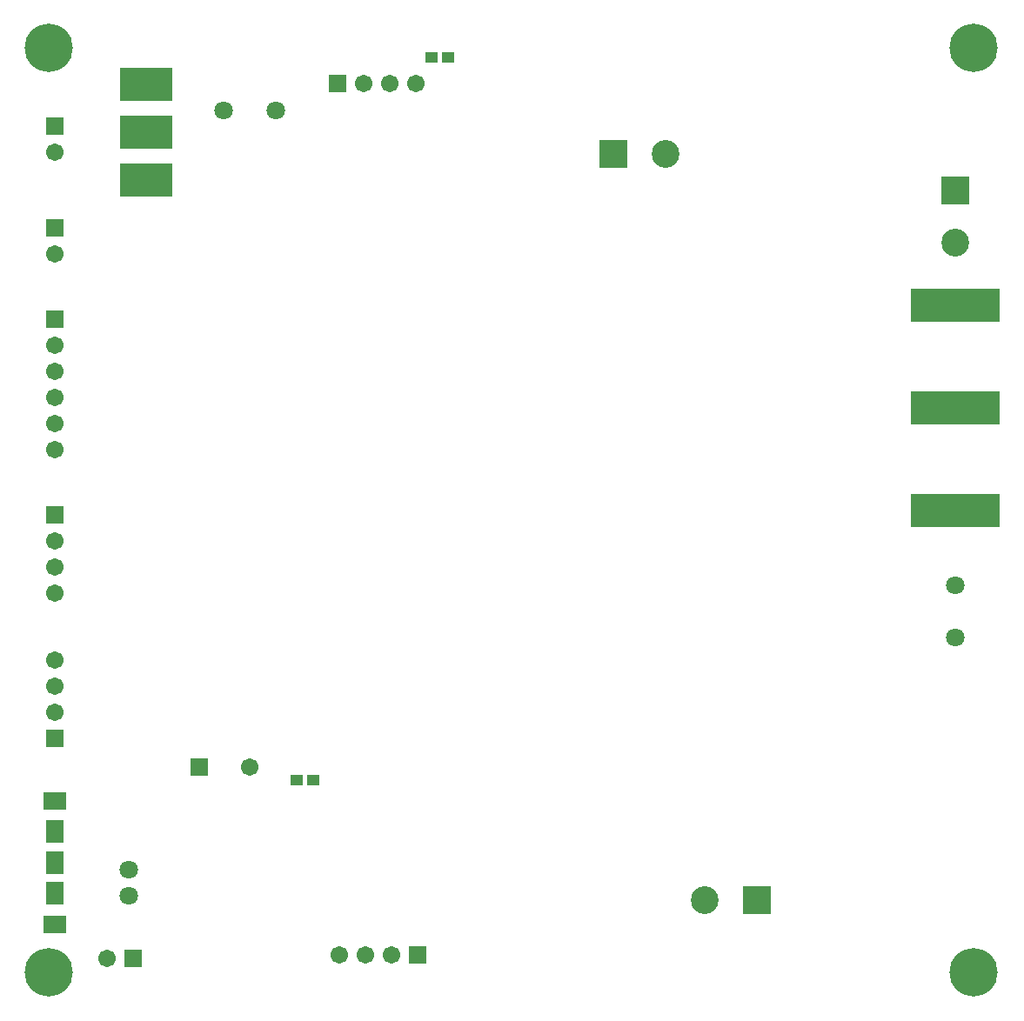
<source format=gbs>
G04*
G04 #@! TF.GenerationSoftware,Altium Limited,Altium Designer,18.1.9 (240)*
G04*
G04 Layer_Color=16711935*
%FSLAX25Y25*%
%MOIN*%
G70*
G01*
G75*
%ADD35R,0.04500X0.04000*%
%ADD49R,0.10642X0.10642*%
%ADD50C,0.10642*%
%ADD51R,0.06706X0.06706*%
%ADD52C,0.06706*%
%ADD53R,0.07099X0.08674*%
%ADD54R,0.08674X0.06800*%
%ADD55R,0.06706X0.06706*%
%ADD56C,0.07099*%
%ADD57R,0.06706X0.06706*%
%ADD58C,0.06706*%
%ADD59R,0.34265X0.12611*%
%ADD60R,0.34265X0.12611*%
%ADD61R,0.10642X0.10642*%
%ADD62C,0.18517*%
%ADD63R,0.20485X0.12611*%
D35*
X121000Y93500D02*
D03*
X114600D02*
D03*
X172850Y370500D02*
D03*
X166450D02*
D03*
D49*
X236000Y333500D02*
D03*
X291000Y47500D02*
D03*
D50*
X256000Y333500D02*
D03*
X271000Y47500D02*
D03*
X367000Y299500D02*
D03*
D51*
X130500Y360500D02*
D03*
X161000Y26500D02*
D03*
X52000Y25000D02*
D03*
D52*
X140500Y360500D02*
D03*
X150500D02*
D03*
X160500D02*
D03*
X22000Y295000D02*
D03*
X151000Y26500D02*
D03*
X141000D02*
D03*
X131000D02*
D03*
X42000Y25000D02*
D03*
X22000Y334000D02*
D03*
Y139500D02*
D03*
Y129500D02*
D03*
Y119500D02*
D03*
Y165000D02*
D03*
Y175000D02*
D03*
Y185000D02*
D03*
Y260000D02*
D03*
Y250000D02*
D03*
Y240000D02*
D03*
Y230000D02*
D03*
Y220000D02*
D03*
D53*
Y73622D02*
D03*
Y61811D02*
D03*
Y50000D02*
D03*
D54*
Y38189D02*
D03*
Y85433D02*
D03*
D55*
Y305000D02*
D03*
Y344000D02*
D03*
Y109500D02*
D03*
Y195000D02*
D03*
Y270000D02*
D03*
D56*
X367000Y148000D02*
D03*
Y168000D02*
D03*
X50500Y59000D02*
D03*
Y49000D02*
D03*
X86600Y350000D02*
D03*
X106600D02*
D03*
D57*
X77400Y98500D02*
D03*
D58*
X96600Y98500D02*
D03*
D59*
X367000Y196630D02*
D03*
D60*
Y236000D02*
D03*
Y275370D02*
D03*
D61*
X367000Y319500D02*
D03*
D62*
X19685Y374016D02*
D03*
X374016D02*
D03*
Y19685D02*
D03*
X19685Y19685D02*
D03*
D63*
X57000Y323500D02*
D03*
Y341700D02*
D03*
Y360000D02*
D03*
M02*

</source>
